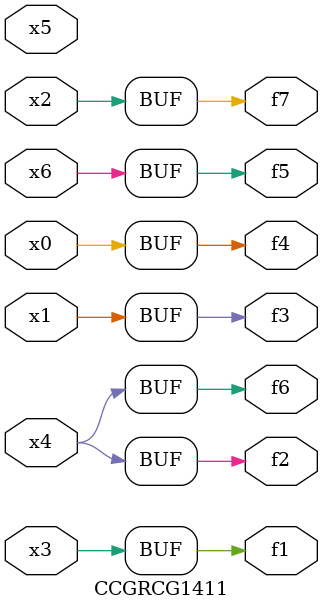
<source format=v>
module CCGRCG1411(
	input x0, x1, x2, x3, x4, x5, x6,
	output f1, f2, f3, f4, f5, f6, f7
);
	assign f1 = x3;
	assign f2 = x4;
	assign f3 = x1;
	assign f4 = x0;
	assign f5 = x6;
	assign f6 = x4;
	assign f7 = x2;
endmodule

</source>
